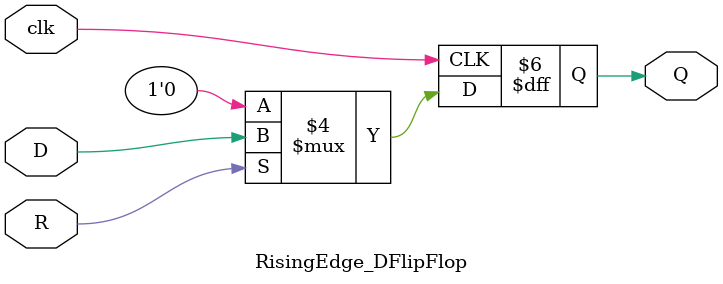
<source format=v>

module flipFlopStageEj3(
    inputY1,
    inputY2,
    inputClk,
    outputy1,
    outputy2,
    inputR
);

    input inputY1;
    input inputY2;
    input inputClk;
    output outputy1;
    output outputy2;
    input inputR;

    RisingEdge_DFlipFlop ffd1(inputY1,inputClk,outputy1,inputR);
    RisingEdge_DFlipFlop ffd2(inputY2,inputClk,outputy2,inputR);

endmodule

module RisingEdge_DFlipFlop(
    D,
    clk,
    Q,
    R
);

    input D; // Data input 
    input clk; // clock input 
    input R;
    output reg Q; // output Q 

    always @(posedge clk) 
    if (
        ~R
    ) begin
        Q <= 0;
    end else begin
        Q <= D; 
    end
endmodule


</source>
